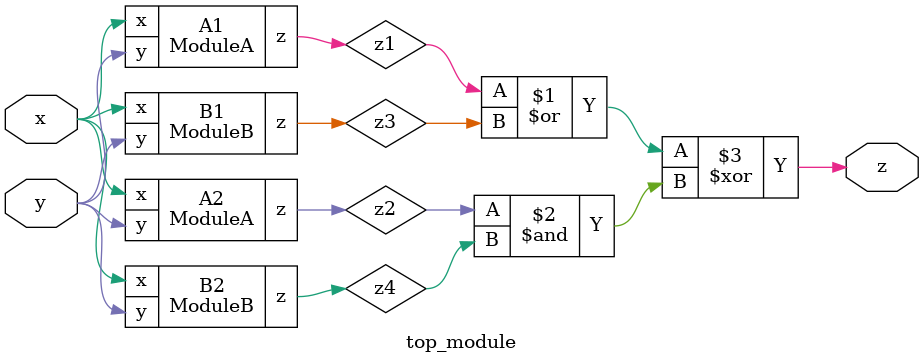
<source format=sv>
module ModuleA(
    input x,
    input y,
    output z
);

assign z = (x ^ y) & x;

endmodule
module ModuleB(
    input x,
    input y,
    output z
);

assign z = ~((x & ~y) | (~x & y));

endmodule
module top_module(
    input x,
    input y,
    output z
);

wire z1, z2, z3;

ModuleA A1 (
    .x(x),
    .y(y),
    .z(z1)
);

ModuleA A2 (
    .x(x),
    .y(y),
    .z(z2)
);

ModuleB B1 (
    .x(x),
    .y(y),
    .z(z3)
);

ModuleB B2 (
    .x(x),
    .y(y),
    .z(z4)
);

assign z = (z1 | z3) ^ (z2 & z4);

endmodule

</source>
